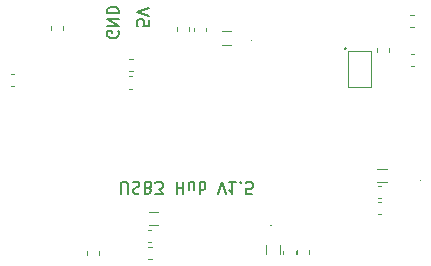
<source format=gbr>
%TF.GenerationSoftware,KiCad,Pcbnew,7.0.6*%
%TF.CreationDate,2024-03-24T10:59:23+08:00*%
%TF.ProjectId,USB3 Hub,55534233-2048-4756-922e-6b696361645f,rev?*%
%TF.SameCoordinates,Original*%
%TF.FileFunction,Legend,Bot*%
%TF.FilePolarity,Positive*%
%FSLAX46Y46*%
G04 Gerber Fmt 4.6, Leading zero omitted, Abs format (unit mm)*
G04 Created by KiCad (PCBNEW 7.0.6) date 2024-03-24 10:59:23*
%MOMM*%
%LPD*%
G01*
G04 APERTURE LIST*
%ADD10C,0.150000*%
%ADD11C,0.100000*%
%ADD12C,0.120000*%
%ADD13C,0.050000*%
G04 APERTURE END LIST*
D10*
X134970180Y-81687030D02*
X134970180Y-82163220D01*
X134970180Y-82163220D02*
X134493990Y-82210839D01*
X134493990Y-82210839D02*
X134541609Y-82163220D01*
X134541609Y-82163220D02*
X134589228Y-82067982D01*
X134589228Y-82067982D02*
X134589228Y-81829887D01*
X134589228Y-81829887D02*
X134541609Y-81734649D01*
X134541609Y-81734649D02*
X134493990Y-81687030D01*
X134493990Y-81687030D02*
X134398752Y-81639411D01*
X134398752Y-81639411D02*
X134160657Y-81639411D01*
X134160657Y-81639411D02*
X134065419Y-81687030D01*
X134065419Y-81687030D02*
X134017800Y-81734649D01*
X134017800Y-81734649D02*
X133970180Y-81829887D01*
X133970180Y-81829887D02*
X133970180Y-82067982D01*
X133970180Y-82067982D02*
X134017800Y-82163220D01*
X134017800Y-82163220D02*
X134065419Y-82210839D01*
X134970180Y-81353696D02*
X133970180Y-81020363D01*
X133970180Y-81020363D02*
X134970180Y-80687030D01*
X132382561Y-82649411D02*
X132430180Y-82744649D01*
X132430180Y-82744649D02*
X132430180Y-82887506D01*
X132430180Y-82887506D02*
X132382561Y-83030363D01*
X132382561Y-83030363D02*
X132287323Y-83125601D01*
X132287323Y-83125601D02*
X132192085Y-83173220D01*
X132192085Y-83173220D02*
X132001609Y-83220839D01*
X132001609Y-83220839D02*
X131858752Y-83220839D01*
X131858752Y-83220839D02*
X131668276Y-83173220D01*
X131668276Y-83173220D02*
X131573038Y-83125601D01*
X131573038Y-83125601D02*
X131477800Y-83030363D01*
X131477800Y-83030363D02*
X131430180Y-82887506D01*
X131430180Y-82887506D02*
X131430180Y-82792268D01*
X131430180Y-82792268D02*
X131477800Y-82649411D01*
X131477800Y-82649411D02*
X131525419Y-82601792D01*
X131525419Y-82601792D02*
X131858752Y-82601792D01*
X131858752Y-82601792D02*
X131858752Y-82792268D01*
X131430180Y-82173220D02*
X132430180Y-82173220D01*
X132430180Y-82173220D02*
X131430180Y-81601792D01*
X131430180Y-81601792D02*
X132430180Y-81601792D01*
X131430180Y-81125601D02*
X132430180Y-81125601D01*
X132430180Y-81125601D02*
X132430180Y-80887506D01*
X132430180Y-80887506D02*
X132382561Y-80744649D01*
X132382561Y-80744649D02*
X132287323Y-80649411D01*
X132287323Y-80649411D02*
X132192085Y-80601792D01*
X132192085Y-80601792D02*
X132001609Y-80554173D01*
X132001609Y-80554173D02*
X131858752Y-80554173D01*
X131858752Y-80554173D02*
X131668276Y-80601792D01*
X131668276Y-80601792D02*
X131573038Y-80649411D01*
X131573038Y-80649411D02*
X131477800Y-80744649D01*
X131477800Y-80744649D02*
X131430180Y-80887506D01*
X131430180Y-80887506D02*
X131430180Y-81125601D01*
X132616779Y-96390180D02*
X132616779Y-95580657D01*
X132616779Y-95580657D02*
X132664398Y-95485419D01*
X132664398Y-95485419D02*
X132712017Y-95437800D01*
X132712017Y-95437800D02*
X132807255Y-95390180D01*
X132807255Y-95390180D02*
X132997731Y-95390180D01*
X132997731Y-95390180D02*
X133092969Y-95437800D01*
X133092969Y-95437800D02*
X133140588Y-95485419D01*
X133140588Y-95485419D02*
X133188207Y-95580657D01*
X133188207Y-95580657D02*
X133188207Y-96390180D01*
X133616779Y-95437800D02*
X133759636Y-95390180D01*
X133759636Y-95390180D02*
X133997731Y-95390180D01*
X133997731Y-95390180D02*
X134092969Y-95437800D01*
X134092969Y-95437800D02*
X134140588Y-95485419D01*
X134140588Y-95485419D02*
X134188207Y-95580657D01*
X134188207Y-95580657D02*
X134188207Y-95675895D01*
X134188207Y-95675895D02*
X134140588Y-95771133D01*
X134140588Y-95771133D02*
X134092969Y-95818752D01*
X134092969Y-95818752D02*
X133997731Y-95866371D01*
X133997731Y-95866371D02*
X133807255Y-95913990D01*
X133807255Y-95913990D02*
X133712017Y-95961609D01*
X133712017Y-95961609D02*
X133664398Y-96009228D01*
X133664398Y-96009228D02*
X133616779Y-96104466D01*
X133616779Y-96104466D02*
X133616779Y-96199704D01*
X133616779Y-96199704D02*
X133664398Y-96294942D01*
X133664398Y-96294942D02*
X133712017Y-96342561D01*
X133712017Y-96342561D02*
X133807255Y-96390180D01*
X133807255Y-96390180D02*
X134045350Y-96390180D01*
X134045350Y-96390180D02*
X134188207Y-96342561D01*
X134950112Y-95913990D02*
X135092969Y-95866371D01*
X135092969Y-95866371D02*
X135140588Y-95818752D01*
X135140588Y-95818752D02*
X135188207Y-95723514D01*
X135188207Y-95723514D02*
X135188207Y-95580657D01*
X135188207Y-95580657D02*
X135140588Y-95485419D01*
X135140588Y-95485419D02*
X135092969Y-95437800D01*
X135092969Y-95437800D02*
X134997731Y-95390180D01*
X134997731Y-95390180D02*
X134616779Y-95390180D01*
X134616779Y-95390180D02*
X134616779Y-96390180D01*
X134616779Y-96390180D02*
X134950112Y-96390180D01*
X134950112Y-96390180D02*
X135045350Y-96342561D01*
X135045350Y-96342561D02*
X135092969Y-96294942D01*
X135092969Y-96294942D02*
X135140588Y-96199704D01*
X135140588Y-96199704D02*
X135140588Y-96104466D01*
X135140588Y-96104466D02*
X135092969Y-96009228D01*
X135092969Y-96009228D02*
X135045350Y-95961609D01*
X135045350Y-95961609D02*
X134950112Y-95913990D01*
X134950112Y-95913990D02*
X134616779Y-95913990D01*
X135521541Y-96390180D02*
X136140588Y-96390180D01*
X136140588Y-96390180D02*
X135807255Y-96009228D01*
X135807255Y-96009228D02*
X135950112Y-96009228D01*
X135950112Y-96009228D02*
X136045350Y-95961609D01*
X136045350Y-95961609D02*
X136092969Y-95913990D01*
X136092969Y-95913990D02*
X136140588Y-95818752D01*
X136140588Y-95818752D02*
X136140588Y-95580657D01*
X136140588Y-95580657D02*
X136092969Y-95485419D01*
X136092969Y-95485419D02*
X136045350Y-95437800D01*
X136045350Y-95437800D02*
X135950112Y-95390180D01*
X135950112Y-95390180D02*
X135664398Y-95390180D01*
X135664398Y-95390180D02*
X135569160Y-95437800D01*
X135569160Y-95437800D02*
X135521541Y-95485419D01*
X137331065Y-95390180D02*
X137331065Y-96390180D01*
X137331065Y-95913990D02*
X137902493Y-95913990D01*
X137902493Y-95390180D02*
X137902493Y-96390180D01*
X138807255Y-96056847D02*
X138807255Y-95390180D01*
X138378684Y-96056847D02*
X138378684Y-95533038D01*
X138378684Y-95533038D02*
X138426303Y-95437800D01*
X138426303Y-95437800D02*
X138521541Y-95390180D01*
X138521541Y-95390180D02*
X138664398Y-95390180D01*
X138664398Y-95390180D02*
X138759636Y-95437800D01*
X138759636Y-95437800D02*
X138807255Y-95485419D01*
X139283446Y-95390180D02*
X139283446Y-96390180D01*
X139283446Y-96009228D02*
X139378684Y-96056847D01*
X139378684Y-96056847D02*
X139569160Y-96056847D01*
X139569160Y-96056847D02*
X139664398Y-96009228D01*
X139664398Y-96009228D02*
X139712017Y-95961609D01*
X139712017Y-95961609D02*
X139759636Y-95866371D01*
X139759636Y-95866371D02*
X139759636Y-95580657D01*
X139759636Y-95580657D02*
X139712017Y-95485419D01*
X139712017Y-95485419D02*
X139664398Y-95437800D01*
X139664398Y-95437800D02*
X139569160Y-95390180D01*
X139569160Y-95390180D02*
X139378684Y-95390180D01*
X139378684Y-95390180D02*
X139283446Y-95437800D01*
X140807256Y-96390180D02*
X141140589Y-95390180D01*
X141140589Y-95390180D02*
X141473922Y-96390180D01*
X142331065Y-95390180D02*
X141759637Y-95390180D01*
X142045351Y-95390180D02*
X142045351Y-96390180D01*
X142045351Y-96390180D02*
X141950113Y-96247323D01*
X141950113Y-96247323D02*
X141854875Y-96152085D01*
X141854875Y-96152085D02*
X141759637Y-96104466D01*
X142759637Y-95485419D02*
X142807256Y-95437800D01*
X142807256Y-95437800D02*
X142759637Y-95390180D01*
X142759637Y-95390180D02*
X142712018Y-95437800D01*
X142712018Y-95437800D02*
X142759637Y-95485419D01*
X142759637Y-95485419D02*
X142759637Y-95390180D01*
X143712017Y-96390180D02*
X143235827Y-96390180D01*
X143235827Y-96390180D02*
X143188208Y-95913990D01*
X143188208Y-95913990D02*
X143235827Y-95961609D01*
X143235827Y-95961609D02*
X143331065Y-96009228D01*
X143331065Y-96009228D02*
X143569160Y-96009228D01*
X143569160Y-96009228D02*
X143664398Y-95961609D01*
X143664398Y-95961609D02*
X143712017Y-95913990D01*
X143712017Y-95913990D02*
X143759636Y-95818752D01*
X143759636Y-95818752D02*
X143759636Y-95580657D01*
X143759636Y-95580657D02*
X143712017Y-95485419D01*
X143712017Y-95485419D02*
X143664398Y-95437800D01*
X143664398Y-95437800D02*
X143569160Y-95390180D01*
X143569160Y-95390180D02*
X143331065Y-95390180D01*
X143331065Y-95390180D02*
X143235827Y-95437800D01*
X143235827Y-95437800D02*
X143188208Y-95485419D01*
D11*
%TO.C,D13*%
X143700000Y-83440000D02*
G75*
G03*
X143700000Y-83440000I-50000J0D01*
G01*
D12*
%TO.C,C42*%
X130790000Y-101264420D02*
X130790000Y-101545580D01*
X129770000Y-101264420D02*
X129770000Y-101545580D01*
%TO.C,C23*%
X154330000Y-84380580D02*
X154330000Y-84099420D01*
X155350000Y-84380580D02*
X155350000Y-84099420D01*
%TO.C,C48*%
X147520000Y-101480580D02*
X147520000Y-101199420D01*
X148540000Y-101480580D02*
X148540000Y-101199420D01*
D11*
%TO.C,D10*%
X157950000Y-95280000D02*
G75*
G03*
X157950000Y-95280000I-50000J0D01*
G01*
D12*
%TO.C,L6*%
X144940000Y-101499622D02*
X144940000Y-100700378D01*
X146060000Y-101499622D02*
X146060000Y-100700378D01*
%TO.C,C15*%
X154359420Y-95770000D02*
X154640580Y-95770000D01*
X154359420Y-96790000D02*
X154640580Y-96790000D01*
D13*
%TO.C,U4*%
X153820000Y-84330000D02*
X151820000Y-84330000D01*
X151820000Y-84330000D02*
X151820000Y-87330000D01*
X153820000Y-87330000D02*
X153820000Y-84330000D01*
X151820000Y-87330000D02*
X153820000Y-87330000D01*
X151720000Y-84130000D02*
G75*
G03*
X151720000Y-84130000I-100000J0D01*
G01*
D12*
%TO.C,C41*%
X157119420Y-81260000D02*
X157400580Y-81260000D01*
X157119420Y-82280000D02*
X157400580Y-82280000D01*
%TO.C,C44*%
X133610580Y-86050000D02*
X133329420Y-86050000D01*
X133610580Y-85030000D02*
X133329420Y-85030000D01*
%TO.C,C12*%
X154349420Y-97080000D02*
X154630580Y-97080000D01*
X154349420Y-98100000D02*
X154630580Y-98100000D01*
%TO.C,C40*%
X157149420Y-84600000D02*
X157430580Y-84600000D01*
X157149420Y-85620000D02*
X157430580Y-85620000D01*
%TO.C,C5*%
X123590580Y-87270000D02*
X123309420Y-87270000D01*
X123590580Y-86250000D02*
X123309420Y-86250000D01*
%TO.C,C11*%
X138810000Y-82630580D02*
X138810000Y-82349420D01*
X139830000Y-82630580D02*
X139830000Y-82349420D01*
%TO.C,L8*%
X141150378Y-82660000D02*
X141949622Y-82660000D01*
X141150378Y-83780000D02*
X141949622Y-83780000D01*
%TO.C,L7*%
X134960378Y-97920000D02*
X135759622Y-97920000D01*
X134960378Y-99040000D02*
X135759622Y-99040000D01*
%TO.C,C49*%
X134909420Y-99450000D02*
X135190580Y-99450000D01*
X134909420Y-100470000D02*
X135190580Y-100470000D01*
%TO.C,C47*%
X137360000Y-82600580D02*
X137360000Y-82319420D01*
X138380000Y-82600580D02*
X138380000Y-82319420D01*
%TO.C,C6*%
X126700000Y-82510580D02*
X126700000Y-82229420D01*
X127720000Y-82510580D02*
X127720000Y-82229420D01*
%TO.C,L5*%
X154320378Y-94310000D02*
X155119622Y-94310000D01*
X154320378Y-95430000D02*
X155119622Y-95430000D01*
%TO.C,C45*%
X133570580Y-87490000D02*
X133289420Y-87490000D01*
X133570580Y-86470000D02*
X133289420Y-86470000D01*
D11*
%TO.C,D11*%
X145377500Y-99050000D02*
G75*
G03*
X145377500Y-99050000I-50000J0D01*
G01*
D12*
%TO.C,C18*%
X146380000Y-101500580D02*
X146380000Y-101219420D01*
X147400000Y-101500580D02*
X147400000Y-101219420D01*
%TO.C,C50*%
X134949420Y-100900000D02*
X135230580Y-100900000D01*
X134949420Y-101920000D02*
X135230580Y-101920000D01*
%TD*%
M02*

</source>
